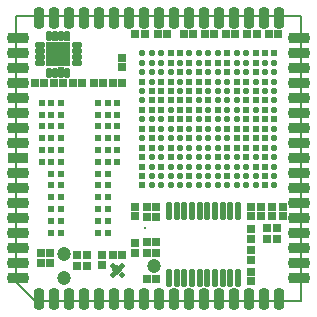
<source format=gbs>
G04 Layer_Color=16711935*
%FSLAX43Y43*%
%MOMM*%
G71*
G01*
G75*
%ADD35C,0.200*%
%ADD64R,0.703X0.703*%
%ADD65R,0.703X0.703*%
%ADD77C,0.203*%
G04:AMPARAMS|DCode=78|XSize=0.903mm|YSize=1.803mm|CornerRadius=0.277mm|HoleSize=0mm|Usage=FLASHONLY|Rotation=90.000|XOffset=0mm|YOffset=0mm|HoleType=Round|Shape=RoundedRectangle|*
%AMROUNDEDRECTD78*
21,1,0.903,1.250,0,0,90.0*
21,1,0.350,1.803,0,0,90.0*
1,1,0.553,0.625,0.175*
1,1,0.553,0.625,-0.175*
1,1,0.553,-0.625,-0.175*
1,1,0.553,-0.625,0.175*
%
%ADD78ROUNDEDRECTD78*%
%ADD79R,1.803X0.903*%
G04:AMPARAMS|DCode=80|XSize=0.903mm|YSize=1.803mm|CornerRadius=0.277mm|HoleSize=0mm|Usage=FLASHONLY|Rotation=0.000|XOffset=0mm|YOffset=0mm|HoleType=Round|Shape=RoundedRectangle|*
%AMROUNDEDRECTD80*
21,1,0.903,1.250,0,0,0.0*
21,1,0.350,1.803,0,0,0.0*
1,1,0.553,0.175,-0.625*
1,1,0.553,-0.175,-0.625*
1,1,0.553,-0.175,0.625*
1,1,0.553,0.175,0.625*
%
%ADD80ROUNDEDRECTD80*%
%ADD81C,1.194*%
%ADD82C,0.603*%
%ADD85C,0.503*%
%ADD86P,0.994X4X180.0*%
%ADD87O,0.953X0.503*%
%ADD88O,0.503X0.953*%
%ADD89R,2.003X2.003*%
%ADD90C,0.563*%
%ADD91C,0.613*%
%ADD92O,0.553X1.603*%
D35*
X9240Y-12080D02*
X9810D01*
X7970D02*
X8540D01*
X6700D02*
X7270D01*
X5430D02*
X6000D01*
X4160D02*
X4730D01*
X2890D02*
X3460D01*
X1620D02*
X2190D01*
X350D02*
X920D01*
X-920D02*
X-350D01*
X-2190D02*
X-1620D01*
X-3460D02*
X-2890D01*
X-4730D02*
X-4160D01*
X-6000D02*
X-5430D01*
X-7270D02*
X-6700D01*
X-8540D02*
X-7970D01*
X-9810D02*
X-9240D01*
X-12480Y-10510D02*
X-12080D01*
X-12580Y-10410D02*
X-12480Y-10510D01*
X-12580Y-10410D02*
Y-9910D01*
X-12480Y-9810D01*
X-12080D01*
X-12480Y-9240D02*
X-12080D01*
X-12580Y-9140D02*
X-12480Y-9240D01*
X-12580Y-9140D02*
Y-8640D01*
X-12480Y-8540D01*
X-12080D01*
X-12480Y-7970D02*
X-12080D01*
X-12580Y-7870D02*
X-12480Y-7970D01*
X-12580Y-7870D02*
Y-7370D01*
X-12480Y-7270D01*
X-12080D01*
X-12480Y-6700D02*
X-12080D01*
X-12580Y-6600D02*
X-12480Y-6700D01*
X-12580Y-6600D02*
Y-6100D01*
X-12480Y-6000D01*
X-12080D01*
X-12480Y-5430D02*
X-12080D01*
X-12580Y-5330D02*
X-12480Y-5430D01*
X-12580Y-5330D02*
Y-4830D01*
X-12480Y-4730D01*
X-12080D01*
X-12480Y-4160D02*
X-12080D01*
X-12580Y-4060D02*
X-12480Y-4160D01*
X-12580Y-4060D02*
Y-3560D01*
X-12480Y-3460D01*
X-12080D01*
X-12480Y-2890D02*
X-12080D01*
X-12580Y-2790D02*
X-12480Y-2890D01*
X-12580Y-2790D02*
Y-2290D01*
X-12480Y-2190D01*
X-12080D01*
X-12480Y-1620D02*
X-12080D01*
X-12580Y-1520D02*
X-12480Y-1620D01*
X-12580Y-1520D02*
Y-1020D01*
X-12480Y-920D01*
X-12080D01*
X-12480Y-350D02*
X-12080D01*
X-12580Y-250D02*
X-12480Y-350D01*
X-12580Y-250D02*
Y250D01*
X-12480Y350D01*
X-12080D01*
X-12480Y920D02*
X-12080D01*
X-12580Y1020D02*
X-12480Y920D01*
X-12580Y1020D02*
Y1520D01*
X-12480Y1620D01*
X-12080D01*
X-12480Y2190D02*
X-12080D01*
X-12580Y2290D02*
X-12480Y2190D01*
X-12580Y2290D02*
Y2790D01*
X-12480Y2890D01*
X-12080D01*
X-12480Y3460D02*
X-12080D01*
X-12580Y3560D02*
X-12480Y3460D01*
X-12580Y3560D02*
Y4060D01*
X-12480Y4160D01*
X-12080D01*
X-12480Y4730D02*
X-12080D01*
X-12580Y4830D02*
X-12480Y4730D01*
X-12580Y4830D02*
Y5330D01*
X-12480Y5430D01*
X-12080D01*
X-12480Y6000D02*
X-12080D01*
X-12580Y6100D02*
X-12480Y6000D01*
X-12580Y6100D02*
Y6600D01*
X-12480Y6700D01*
X-12080D01*
X-12480Y7270D02*
X-12080D01*
X-12580Y7370D02*
X-12480Y7270D01*
X-12580Y7370D02*
Y7870D01*
X-12480Y7970D01*
X-12080D01*
X-12480Y8540D02*
X-12080D01*
X-12580Y8640D02*
X-12480Y8540D01*
X-12580Y8640D02*
Y9140D01*
X-12480Y9240D01*
X-12080D01*
X-12480Y9810D02*
X-12080D01*
X-12580Y9910D02*
X-12480Y9810D01*
X-12580Y9910D02*
Y10410D01*
X-12480Y10510D01*
X-12080D01*
X-10510Y12080D02*
Y12480D01*
X-10410Y12580D01*
X-9910D01*
X-9810Y12480D01*
Y12080D02*
Y12480D01*
X-9240Y12080D02*
Y12480D01*
X-9140Y12580D01*
X-8640D01*
X-8540Y12480D01*
Y12080D02*
Y12480D01*
X-7970Y12080D02*
Y12480D01*
X-7870Y12580D01*
X-7370D01*
X-7270Y12480D01*
Y12080D02*
Y12480D01*
X-6700Y12080D02*
Y12480D01*
X-6600Y12580D01*
X-6100D01*
X-6000Y12480D01*
Y12080D02*
Y12480D01*
X-5430Y12080D02*
Y12480D01*
X-5330Y12580D01*
X-4830D01*
X-4730Y12480D01*
Y12080D02*
Y12480D01*
X-4160Y12080D02*
Y12480D01*
X-4060Y12580D01*
X-3560D01*
X-3460Y12480D01*
Y12080D02*
Y12480D01*
X-2890Y12080D02*
Y12480D01*
X-2790Y12580D01*
X-2290D01*
X-2190Y12480D01*
Y12080D02*
Y12480D01*
X-1620Y12080D02*
Y12480D01*
X-1520Y12580D01*
X-1020D01*
X-920Y12480D01*
Y12080D02*
Y12480D01*
X-350Y12080D02*
Y12480D01*
X-250Y12580D01*
X250D01*
X350Y12480D01*
Y12080D02*
Y12480D01*
X920Y12080D02*
Y12480D01*
X1020Y12580D01*
X1520D01*
X1620Y12480D01*
Y12080D02*
Y12480D01*
X2190Y12080D02*
Y12480D01*
X2290Y12580D01*
X2790D01*
X2890Y12480D01*
Y12080D02*
Y12480D01*
X3460Y12080D02*
Y12480D01*
X3560Y12580D01*
X4060D01*
X4160Y12480D01*
Y12080D02*
Y12480D01*
X4730Y12080D02*
Y12480D01*
X4830Y12580D01*
X5330D01*
X5430Y12480D01*
Y12080D02*
Y12480D01*
X6000Y12080D02*
Y12480D01*
X6100Y12580D01*
X6600D01*
X6700Y12480D01*
Y12080D02*
Y12480D01*
X7270Y12080D02*
Y12480D01*
X7370Y12580D01*
X7870D01*
X7970Y12480D01*
Y12080D02*
Y12480D01*
X8540Y12080D02*
Y12480D01*
X8640Y12580D01*
X9140D01*
X9240Y12480D01*
Y12080D02*
Y12480D01*
X9810Y12080D02*
Y12480D01*
X9910Y12580D01*
X10410D01*
X10510Y12480D01*
Y12080D02*
Y12480D01*
X12080Y10510D02*
X12480D01*
X12580Y10410D01*
Y9910D02*
Y10410D01*
X12480Y9810D02*
X12580Y9910D01*
X12080Y9810D02*
X12480D01*
X12080Y9240D02*
X12480D01*
X12580Y9140D01*
Y8640D02*
Y9140D01*
X12480Y8540D02*
X12580Y8640D01*
X12080Y8540D02*
X12480D01*
X12080Y7970D02*
X12480D01*
X12580Y7870D01*
Y7370D02*
Y7870D01*
X12480Y7270D02*
X12580Y7370D01*
X12080Y7270D02*
X12480D01*
X12080Y6700D02*
X12480D01*
X12580Y6600D01*
Y6100D02*
Y6600D01*
X12480Y6000D02*
X12580Y6100D01*
X12080Y6000D02*
X12480D01*
X12080Y5430D02*
X12480D01*
X12580Y5330D01*
Y4830D02*
Y5330D01*
X12480Y4730D02*
X12580Y4830D01*
X12080Y4730D02*
X12480D01*
X12080Y4160D02*
X12480D01*
X12580Y4060D01*
Y3560D02*
Y4060D01*
X12480Y3460D02*
X12580Y3560D01*
X12080Y3460D02*
X12480D01*
X12080Y2890D02*
X12480D01*
X12580Y2790D01*
Y2290D02*
Y2790D01*
X12480Y2190D02*
X12580Y2290D01*
X12080Y2190D02*
X12480D01*
X12080Y1620D02*
X12480D01*
X12580Y1520D01*
Y1020D02*
Y1520D01*
X12480Y920D02*
X12580Y1020D01*
X12080Y920D02*
X12480D01*
X12080Y350D02*
X12480D01*
X12580Y250D01*
Y-250D02*
Y250D01*
X12480Y-350D02*
X12580Y-250D01*
X12080Y-350D02*
X12480D01*
X12080Y-920D02*
X12480D01*
X12580Y-1020D01*
Y-1520D02*
Y-1020D01*
X12480Y-1620D02*
X12580Y-1520D01*
X12080Y-1620D02*
X12480D01*
X12080Y-2190D02*
X12480D01*
X12580Y-2290D01*
Y-2790D02*
Y-2290D01*
X12480Y-2890D02*
X12580Y-2790D01*
X12080Y-2890D02*
X12480D01*
X12080Y-3460D02*
X12480D01*
X12580Y-3560D01*
Y-4060D02*
Y-3560D01*
X12480Y-4160D02*
X12580Y-4060D01*
X12080Y-4160D02*
X12480D01*
X12080Y-4730D02*
X12480D01*
X12580Y-4830D01*
Y-5330D02*
Y-4830D01*
X12480Y-5430D02*
X12580Y-5330D01*
X12080Y-5430D02*
X12480D01*
X12080Y-6000D02*
X12480D01*
X12580Y-6100D01*
Y-6600D02*
Y-6100D01*
X12480Y-6700D02*
X12580Y-6600D01*
X12080Y-6700D02*
X12480D01*
X12080Y-7270D02*
X12480D01*
X12580Y-7370D01*
Y-7870D02*
Y-7370D01*
X12480Y-7970D02*
X12580Y-7870D01*
X12080Y-7970D02*
X12480D01*
X12080Y-8540D02*
X12480D01*
X12580Y-8640D01*
Y-9140D02*
Y-8640D01*
X12480Y-9240D02*
X12580Y-9140D01*
X12080Y-9240D02*
X12480D01*
X12080Y-9810D02*
X12480D01*
X12580Y-9910D01*
Y-10410D02*
Y-9910D01*
X12480Y-10510D02*
X12580Y-10410D01*
X12080Y-10510D02*
X12480D01*
X10510Y-12480D02*
Y-12080D01*
X10410Y-12580D02*
X10510Y-12480D01*
X9910Y-12580D02*
X10410D01*
X9810Y-12480D02*
X9910Y-12580D01*
X9810Y-12480D02*
Y-12080D01*
X9240Y-12480D02*
Y-12080D01*
X9140Y-12580D02*
X9240Y-12480D01*
X8640Y-12580D02*
X9140D01*
X8540Y-12480D02*
X8640Y-12580D01*
X8540Y-12480D02*
Y-12080D01*
X7970Y-12480D02*
Y-12080D01*
X7870Y-12580D02*
X7970Y-12480D01*
X7370Y-12580D02*
X7870D01*
X7270Y-12480D02*
X7370Y-12580D01*
X7270Y-12480D02*
Y-12080D01*
X6700Y-12480D02*
Y-12080D01*
X6600Y-12580D02*
X6700Y-12480D01*
X6100Y-12580D02*
X6600D01*
X6000Y-12480D02*
X6100Y-12580D01*
X6000Y-12480D02*
Y-12080D01*
X5430Y-12480D02*
Y-12080D01*
X5330Y-12580D02*
X5430Y-12480D01*
X4830Y-12580D02*
X5330D01*
X4730Y-12480D02*
X4830Y-12580D01*
X4730Y-12480D02*
Y-12080D01*
X4160Y-12480D02*
Y-12080D01*
X4060Y-12580D02*
X4160Y-12480D01*
X3560Y-12580D02*
X4060D01*
X3460Y-12480D02*
X3560Y-12580D01*
X3460Y-12480D02*
Y-12080D01*
X2890Y-12480D02*
Y-12080D01*
X2790Y-12580D02*
X2890Y-12480D01*
X2290Y-12580D02*
X2790D01*
X2190Y-12480D02*
X2290Y-12580D01*
X2190Y-12480D02*
Y-12080D01*
X1620Y-12480D02*
Y-12080D01*
X1520Y-12580D02*
X1620Y-12480D01*
X1020Y-12580D02*
X1520D01*
X920Y-12480D02*
X1020Y-12580D01*
X920Y-12480D02*
Y-12080D01*
X350Y-12480D02*
Y-12080D01*
X250Y-12580D02*
X350Y-12480D01*
X-250Y-12580D02*
X250D01*
X-350Y-12480D02*
X-250Y-12580D01*
X-350Y-12480D02*
Y-12080D01*
X-920Y-12480D02*
Y-12080D01*
X-1020Y-12580D02*
X-920Y-12480D01*
X-1520Y-12580D02*
X-1020D01*
X-1620Y-12480D02*
X-1520Y-12580D01*
X-1620Y-12480D02*
Y-12080D01*
X-2190Y-12480D02*
Y-12080D01*
X-2290Y-12580D02*
X-2190Y-12480D01*
X-2790Y-12580D02*
X-2290D01*
X-2890Y-12480D02*
X-2790Y-12580D01*
X-2890Y-12480D02*
Y-12080D01*
X-3460Y-12480D02*
Y-12080D01*
X-3560Y-12580D02*
X-3460Y-12480D01*
X-4060Y-12580D02*
X-3560D01*
X-4160Y-12480D02*
X-4060Y-12580D01*
X-4160Y-12480D02*
Y-12080D01*
X-4730Y-12480D02*
Y-12080D01*
X-4830Y-12580D02*
X-4730Y-12480D01*
X-5330Y-12580D02*
X-4830D01*
X-5430Y-12480D02*
X-5330Y-12580D01*
X-5430Y-12480D02*
Y-12080D01*
X-6000Y-12480D02*
Y-12080D01*
X-6100Y-12580D02*
X-6000Y-12480D01*
X-6600Y-12580D02*
X-6100D01*
X-6700Y-12480D02*
X-6600Y-12580D01*
X-6700Y-12480D02*
Y-12080D01*
X-7270Y-12480D02*
Y-12080D01*
X-7370Y-12580D02*
X-7270Y-12480D01*
X-7870Y-12580D02*
X-7370D01*
X-7970Y-12480D02*
X-7870Y-12580D01*
X-7970Y-12480D02*
Y-12080D01*
X-8540Y-12480D02*
Y-12080D01*
X-8640Y-12580D02*
X-8540Y-12480D01*
X-9140Y-12580D02*
X-8640D01*
X-9240Y-12480D02*
X-9140Y-12580D01*
X-9240Y-12480D02*
Y-12080D01*
X-9810Y-12480D02*
Y-12080D01*
X-9910Y-12580D02*
X-9810Y-12480D01*
X-10410Y-12580D02*
X-9910D01*
X-10510Y-12480D02*
X-10410Y-12580D01*
X-10510Y-12480D02*
Y-12080D01*
X-12446Y-10465D02*
X-12090D01*
X-12573Y-10338D02*
X-12446Y-10465D01*
X-12573Y-10338D02*
Y-9982D01*
X-12446Y-9855D01*
X-12090D01*
X-12080Y-9810D02*
Y-9240D01*
Y-8540D02*
Y-7970D01*
Y-7270D02*
Y-6700D01*
Y-6000D02*
Y-5430D01*
Y-4730D02*
Y-4160D01*
Y-3460D02*
Y-2890D01*
Y-2190D02*
Y-1620D01*
Y-920D02*
Y-350D01*
Y350D02*
Y920D01*
Y1620D02*
Y2190D01*
Y2890D02*
Y3460D01*
Y4160D02*
Y4730D01*
Y5430D02*
Y6000D01*
Y6700D02*
Y7270D01*
Y7970D02*
Y8540D01*
Y9240D02*
Y9810D01*
X-9810Y12080D02*
X-9240D01*
X-8540D02*
X-7970D01*
X-7270D02*
X-6700D01*
X-6000D02*
X-5430D01*
X-4730D02*
X-4160D01*
X-3460D02*
X-2890D01*
X-2190D02*
X-1620D01*
X-920D02*
X-350D01*
X350D02*
X920D01*
X1620D02*
X2190D01*
X2890D02*
X3460D01*
X4160D02*
X4730D01*
X5430D02*
X6000D01*
X6700D02*
X7270D01*
X7970D02*
X8540D01*
X9240D02*
X9810D01*
X12080Y9240D02*
Y9810D01*
Y7970D02*
Y8540D01*
Y6700D02*
Y7270D01*
Y5430D02*
Y6000D01*
Y4160D02*
Y4730D01*
Y2890D02*
Y3460D01*
Y1620D02*
Y2190D01*
Y350D02*
Y920D01*
Y-920D02*
Y-350D01*
Y-2190D02*
Y-1620D01*
Y-3460D02*
Y-2890D01*
Y-4730D02*
Y-4160D01*
Y-6000D02*
Y-5430D01*
Y-7270D02*
Y-6700D01*
Y-8540D02*
Y-7970D01*
Y-9810D02*
Y-9240D01*
X10510Y-12080D02*
X12080D01*
Y-10510D01*
X10510Y12080D02*
X12080D01*
Y10510D02*
Y12080D01*
X-12080Y10510D02*
Y12080D01*
X-10510D01*
X-12080Y-10510D02*
X-10510Y-12080D01*
D64*
X-4800Y-8200D02*
D03*
Y-9000D02*
D03*
X-2000Y-7200D02*
D03*
Y-8000D02*
D03*
X7800Y-8600D02*
D03*
Y-7800D02*
D03*
X7800Y-6000D02*
D03*
Y-6800D02*
D03*
Y-9600D02*
D03*
Y-10400D02*
D03*
X-2000Y-4900D02*
D03*
Y-4100D02*
D03*
X-3100Y7700D02*
D03*
Y8500D02*
D03*
X10500Y-4900D02*
D03*
Y-4100D02*
D03*
X9600D02*
D03*
Y-4900D02*
D03*
X8700Y-4100D02*
D03*
Y-4900D02*
D03*
X7800D02*
D03*
Y-4100D02*
D03*
D65*
X-3900Y-8200D02*
D03*
X-3100D02*
D03*
X-6100Y-9100D02*
D03*
X-6900D02*
D03*
X-8100Y6400D02*
D03*
X-8900D02*
D03*
X-1000Y-8000D02*
D03*
X-200D02*
D03*
X-1000Y-7100D02*
D03*
X-200D02*
D03*
X-1000Y-10200D02*
D03*
X-200D02*
D03*
X-1200Y10500D02*
D03*
X-2000D02*
D03*
X-100D02*
D03*
X700D02*
D03*
X2900D02*
D03*
X2100D02*
D03*
X-6900Y-8200D02*
D03*
X-6100D02*
D03*
X5700Y10500D02*
D03*
X6500D02*
D03*
X-9200Y-8900D02*
D03*
X-10000D02*
D03*
X4700Y10500D02*
D03*
X3900D02*
D03*
X-9200Y-8000D02*
D03*
X-10000D02*
D03*
X-4700Y6400D02*
D03*
X-5500D02*
D03*
X9300Y10500D02*
D03*
X10100D02*
D03*
X-3900Y6400D02*
D03*
X-3100D02*
D03*
X8300Y10500D02*
D03*
X7500D02*
D03*
X-7300Y6400D02*
D03*
X-6500D02*
D03*
X10000Y-5900D02*
D03*
X9200D02*
D03*
X10000Y-6800D02*
D03*
X9200D02*
D03*
X-9700Y6400D02*
D03*
X-10500D02*
D03*
X-200Y-5000D02*
D03*
X-1000D02*
D03*
Y-4100D02*
D03*
X-200D02*
D03*
D77*
X-1200Y-5900D02*
D03*
D78*
X-11880Y-10160D02*
D03*
Y-8890D02*
D03*
Y-7620D02*
D03*
Y-6350D02*
D03*
Y-5080D02*
D03*
Y-3810D02*
D03*
Y-2540D02*
D03*
Y-1270D02*
D03*
Y1270D02*
D03*
Y2540D02*
D03*
Y3810D02*
D03*
Y5080D02*
D03*
Y6350D02*
D03*
Y7620D02*
D03*
Y8890D02*
D03*
Y10160D02*
D03*
X11880D02*
D03*
Y8890D02*
D03*
Y7620D02*
D03*
Y6350D02*
D03*
Y5080D02*
D03*
Y3810D02*
D03*
Y2540D02*
D03*
Y1270D02*
D03*
Y0D02*
D03*
Y-1270D02*
D03*
Y-2540D02*
D03*
Y-3810D02*
D03*
Y-5080D02*
D03*
Y-6350D02*
D03*
Y-7620D02*
D03*
Y-8890D02*
D03*
Y-10160D02*
D03*
D79*
X-11880Y0D02*
D03*
D80*
X-10160Y11880D02*
D03*
X-8890D02*
D03*
X-7620D02*
D03*
X-6350D02*
D03*
X-5080D02*
D03*
X-3810D02*
D03*
X-2540D02*
D03*
X-1270D02*
D03*
X-0D02*
D03*
X1270D02*
D03*
X2540D02*
D03*
X3810D02*
D03*
X5080D02*
D03*
X6350D02*
D03*
X7620D02*
D03*
X8890D02*
D03*
X10160D02*
D03*
Y-11880D02*
D03*
X8890D02*
D03*
X7620D02*
D03*
X6350D02*
D03*
X5080D02*
D03*
X3810D02*
D03*
X2540D02*
D03*
X1270D02*
D03*
X-0D02*
D03*
X-1270D02*
D03*
X-2540D02*
D03*
X-3810D02*
D03*
X-5080D02*
D03*
X-6350D02*
D03*
X-7620D02*
D03*
X-8890D02*
D03*
X-10160D02*
D03*
D81*
X-8010Y-10116D02*
D03*
Y-8084D02*
D03*
X-390Y-9100D02*
D03*
D82*
X200Y5700D02*
D03*
Y6500D02*
D03*
Y4900D02*
D03*
Y4100D02*
D03*
X1000Y8900D02*
D03*
Y5700D02*
D03*
Y3300D02*
D03*
Y8100D02*
D03*
X1800Y7300D02*
D03*
X1000Y6500D02*
D03*
Y4900D02*
D03*
X1800Y8900D02*
D03*
Y3300D02*
D03*
Y4900D02*
D03*
Y4100D02*
D03*
X4200Y4900D02*
D03*
X-1000Y-4100D02*
D03*
X6600Y6500D02*
D03*
Y5700D02*
D03*
X8200Y8100D02*
D03*
Y8900D02*
D03*
X6600Y1700D02*
D03*
X7400Y3300D02*
D03*
Y2500D02*
D03*
Y1700D02*
D03*
X8200Y2500D02*
D03*
Y1700D02*
D03*
Y3300D02*
D03*
X9000Y2500D02*
D03*
Y900D02*
D03*
Y-700D02*
D03*
Y-1500D02*
D03*
Y6500D02*
D03*
X-9100Y-5300D02*
D03*
X1800Y2500D02*
D03*
X-3500Y-300D02*
D03*
X-5100Y-6300D02*
D03*
X2600Y4900D02*
D03*
X3400Y4100D02*
D03*
Y2500D02*
D03*
X-4300Y-4300D02*
D03*
X-600Y900D02*
D03*
Y2500D02*
D03*
X-1400D02*
D03*
X-600Y1700D02*
D03*
X-6100Y-8200D02*
D03*
X-10000Y-8000D02*
D03*
Y-8900D02*
D03*
X7400Y100D02*
D03*
X5000D02*
D03*
X9000Y8900D02*
D03*
X-8250Y7450D02*
D03*
X-3100Y8500D02*
D03*
X-3500Y4700D02*
D03*
X-5100D02*
D03*
X-200Y-5000D02*
D03*
X-1400Y-1500D02*
D03*
X200Y-700D02*
D03*
X-9000Y9300D02*
D03*
X-7750Y10150D02*
D03*
X-8100Y6400D02*
D03*
X-10500D02*
D03*
X-8750Y10150D02*
D03*
X-8300Y2700D02*
D03*
X-1400Y6500D02*
D03*
X-8300Y1700D02*
D03*
X-5100Y2700D02*
D03*
X-1400Y4100D02*
D03*
X-5100Y1700D02*
D03*
X-600Y4100D02*
D03*
X-8300Y3700D02*
D03*
X-9100Y4700D02*
D03*
X-600Y5700D02*
D03*
X-9100Y-1300D02*
D03*
X-8300D02*
D03*
X-9100Y-2300D02*
D03*
X-8300D02*
D03*
X-5100D02*
D03*
X1000Y100D02*
D03*
X-4300Y-2300D02*
D03*
X-1400Y900D02*
D03*
Y100D02*
D03*
X2600Y3300D02*
D03*
X-5100Y-4300D02*
D03*
X4200Y8100D02*
D03*
X2900Y10500D02*
D03*
X4700D02*
D03*
X5700D02*
D03*
X8300D02*
D03*
X10100D02*
D03*
X3900D02*
D03*
X6500D02*
D03*
X4200Y3300D02*
D03*
X2600Y4100D02*
D03*
Y1700D02*
D03*
X7400Y6500D02*
D03*
X9300Y10500D02*
D03*
X-1200D02*
D03*
X3400Y6500D02*
D03*
X9200Y-6800D02*
D03*
X10000Y-5900D02*
D03*
Y-6800D02*
D03*
X10500Y-4900D02*
D03*
X8700D02*
D03*
X7800D02*
D03*
X10500Y-4100D02*
D03*
X-200Y-10200D02*
D03*
X-1000D02*
D03*
X-200Y-8000D02*
D03*
Y-7100D02*
D03*
X-2000Y-8000D02*
D03*
X5800Y2500D02*
D03*
X7800Y-4100D02*
D03*
X8700D02*
D03*
X7400Y4100D02*
D03*
X9000Y3300D02*
D03*
X7400Y900D02*
D03*
X9000Y100D02*
D03*
Y-2300D02*
D03*
X-1000Y-8000D02*
D03*
X5800Y900D02*
D03*
X8200D02*
D03*
X-1400Y-700D02*
D03*
X1000Y900D02*
D03*
X-9100Y-4300D02*
D03*
X-4800Y-8200D02*
D03*
X2600Y8100D02*
D03*
X-1400Y-2300D02*
D03*
X2600Y-1500D02*
D03*
X-600Y4900D02*
D03*
X5800Y-1500D02*
D03*
X6600Y900D02*
D03*
X9000Y4900D02*
D03*
Y1700D02*
D03*
X8200Y5700D02*
D03*
Y7300D02*
D03*
X9800Y8900D02*
D03*
X5800Y7300D02*
D03*
Y8100D02*
D03*
X7800Y-8600D02*
D03*
X4200Y6500D02*
D03*
X3400Y5700D02*
D03*
X2600D02*
D03*
Y6500D02*
D03*
X5000Y8100D02*
D03*
X8200Y-700D02*
D03*
X7400Y4900D02*
D03*
X8200D02*
D03*
X9000Y4100D02*
D03*
X9800Y3300D02*
D03*
X3400Y7300D02*
D03*
X9200Y-5900D02*
D03*
X6600Y2500D02*
D03*
X5800Y8900D02*
D03*
X5000Y4100D02*
D03*
X-1000Y-5000D02*
D03*
D85*
X-3100Y-9100D02*
D03*
Y-9900D02*
D03*
X-3900D02*
D03*
Y-9100D02*
D03*
D86*
X-3500Y-9500D02*
D03*
D87*
X-10050Y8050D02*
D03*
Y8550D02*
D03*
Y9050D02*
D03*
Y9550D02*
D03*
X-6950D02*
D03*
Y9050D02*
D03*
Y8550D02*
D03*
Y8050D02*
D03*
D88*
X-9250Y10350D02*
D03*
X-8750D02*
D03*
X-8250D02*
D03*
X-7750D02*
D03*
Y7250D02*
D03*
X-8250D02*
D03*
X-8750D02*
D03*
X-9250D02*
D03*
D89*
X-8500Y8800D02*
D03*
D90*
X9800Y8900D02*
D03*
X9000D02*
D03*
X8200D02*
D03*
X7400D02*
D03*
X6600D02*
D03*
X5800D02*
D03*
X5000D02*
D03*
X4200D02*
D03*
X3400D02*
D03*
X2600D02*
D03*
X1800D02*
D03*
X1000D02*
D03*
X200D02*
D03*
X-600D02*
D03*
X-1400D02*
D03*
X9800Y8100D02*
D03*
X9000D02*
D03*
X8200D02*
D03*
X7400D02*
D03*
X6600D02*
D03*
X5800D02*
D03*
X5000D02*
D03*
X4200D02*
D03*
X3400D02*
D03*
X2600D02*
D03*
X1800D02*
D03*
X1000D02*
D03*
X200D02*
D03*
X-600D02*
D03*
X-1400D02*
D03*
X9800Y7300D02*
D03*
X9000D02*
D03*
X8200D02*
D03*
X7400D02*
D03*
X6600D02*
D03*
X5800D02*
D03*
X5000D02*
D03*
X4200D02*
D03*
X3400D02*
D03*
X2600D02*
D03*
X1800D02*
D03*
X1000D02*
D03*
X200D02*
D03*
X-600D02*
D03*
X-1400D02*
D03*
X9800Y6500D02*
D03*
X9000D02*
D03*
X8200D02*
D03*
X7400D02*
D03*
X6600D02*
D03*
X5800D02*
D03*
X5000D02*
D03*
X4200D02*
D03*
X3400D02*
D03*
X2600D02*
D03*
X1800D02*
D03*
X1000D02*
D03*
X200D02*
D03*
X-600D02*
D03*
X-1400D02*
D03*
X9800Y5700D02*
D03*
X9000D02*
D03*
X8200D02*
D03*
X7400D02*
D03*
X6600D02*
D03*
X5800D02*
D03*
X5000D02*
D03*
X4200D02*
D03*
X3400D02*
D03*
X2600D02*
D03*
X1800D02*
D03*
X1000D02*
D03*
X200D02*
D03*
X-600D02*
D03*
X-1400D02*
D03*
X9800Y4900D02*
D03*
X9000D02*
D03*
X8200D02*
D03*
X7400D02*
D03*
X6600D02*
D03*
X5800D02*
D03*
X5000D02*
D03*
X4200D02*
D03*
X3400D02*
D03*
X2600D02*
D03*
X1800D02*
D03*
X1000D02*
D03*
X200D02*
D03*
X-600D02*
D03*
X-1400D02*
D03*
X9800Y4100D02*
D03*
X9000D02*
D03*
X8200D02*
D03*
X7400D02*
D03*
X6600D02*
D03*
X5800D02*
D03*
X5000D02*
D03*
X4200D02*
D03*
X3400D02*
D03*
X2600D02*
D03*
X1800D02*
D03*
X1000D02*
D03*
X200D02*
D03*
X-600D02*
D03*
X-1400D02*
D03*
X9800Y3300D02*
D03*
X9000D02*
D03*
X8200D02*
D03*
X7400D02*
D03*
X6600D02*
D03*
X5800D02*
D03*
X5000D02*
D03*
X4200D02*
D03*
X3400D02*
D03*
X2600D02*
D03*
X1800D02*
D03*
X1000D02*
D03*
X200D02*
D03*
X-600D02*
D03*
X-1400D02*
D03*
X9800Y2500D02*
D03*
X9000D02*
D03*
X8200D02*
D03*
X7400D02*
D03*
X6600D02*
D03*
X5800D02*
D03*
X5000D02*
D03*
X4200D02*
D03*
X3400D02*
D03*
X2600D02*
D03*
X1800D02*
D03*
X1000D02*
D03*
X200D02*
D03*
X-600D02*
D03*
X-1400D02*
D03*
X9800Y1700D02*
D03*
X9000D02*
D03*
X8200D02*
D03*
X7400D02*
D03*
X6600D02*
D03*
X5800D02*
D03*
X5000D02*
D03*
X4200D02*
D03*
X3400D02*
D03*
X2600D02*
D03*
X1800D02*
D03*
X1000D02*
D03*
X200D02*
D03*
X-600D02*
D03*
X-1400D02*
D03*
X9800Y900D02*
D03*
X9000D02*
D03*
X8200D02*
D03*
X7400D02*
D03*
X6600D02*
D03*
X5800D02*
D03*
X5000D02*
D03*
X4200D02*
D03*
X3400D02*
D03*
X2600D02*
D03*
X1800D02*
D03*
X1000D02*
D03*
X200D02*
D03*
X-600D02*
D03*
X-1400D02*
D03*
X9800Y100D02*
D03*
X9000D02*
D03*
X8200D02*
D03*
X7400D02*
D03*
X6600D02*
D03*
X5800D02*
D03*
X5000D02*
D03*
X4200D02*
D03*
X3400D02*
D03*
X2600D02*
D03*
X1800D02*
D03*
X1000D02*
D03*
X200D02*
D03*
X-600D02*
D03*
X-1400D02*
D03*
X9800Y-700D02*
D03*
X9000D02*
D03*
X8200D02*
D03*
X7400D02*
D03*
X6600D02*
D03*
X5800D02*
D03*
X5000D02*
D03*
X4200D02*
D03*
X3400D02*
D03*
X2600D02*
D03*
X1800D02*
D03*
X1000D02*
D03*
X200D02*
D03*
X-600D02*
D03*
X-1400D02*
D03*
X9800Y-1500D02*
D03*
X9000D02*
D03*
X8200D02*
D03*
X7400D02*
D03*
X6600D02*
D03*
X5800D02*
D03*
X5000D02*
D03*
X4200D02*
D03*
X3400D02*
D03*
X2600D02*
D03*
X1800D02*
D03*
X1000D02*
D03*
X200D02*
D03*
X-600D02*
D03*
X-1400D02*
D03*
X9800Y-2300D02*
D03*
X9000D02*
D03*
X8200D02*
D03*
X7400D02*
D03*
X6600D02*
D03*
X5800D02*
D03*
X5000D02*
D03*
X4200D02*
D03*
X3400D02*
D03*
X2600D02*
D03*
X1800D02*
D03*
X1000D02*
D03*
X200D02*
D03*
X-600D02*
D03*
X-1400D02*
D03*
D91*
X-9900Y-300D02*
D03*
Y700D02*
D03*
Y1700D02*
D03*
Y2700D02*
D03*
Y3700D02*
D03*
Y4700D02*
D03*
X-9100Y-6300D02*
D03*
Y-5300D02*
D03*
Y-4300D02*
D03*
Y-3300D02*
D03*
Y-2300D02*
D03*
Y-1300D02*
D03*
Y-300D02*
D03*
Y700D02*
D03*
Y1700D02*
D03*
Y2700D02*
D03*
Y3700D02*
D03*
Y4700D02*
D03*
X-8300Y-6300D02*
D03*
Y-5300D02*
D03*
Y-4300D02*
D03*
Y-3300D02*
D03*
Y-2300D02*
D03*
Y-1300D02*
D03*
Y-300D02*
D03*
Y700D02*
D03*
Y1700D02*
D03*
Y2700D02*
D03*
Y3700D02*
D03*
Y4700D02*
D03*
X-5100Y-6300D02*
D03*
Y-5300D02*
D03*
Y-4300D02*
D03*
Y-3300D02*
D03*
Y-2300D02*
D03*
Y-1300D02*
D03*
Y-300D02*
D03*
Y700D02*
D03*
Y1700D02*
D03*
Y2700D02*
D03*
Y3700D02*
D03*
Y4700D02*
D03*
X-4300Y-6300D02*
D03*
Y-5300D02*
D03*
Y-4300D02*
D03*
Y-3300D02*
D03*
Y-2300D02*
D03*
Y-1300D02*
D03*
Y-300D02*
D03*
Y700D02*
D03*
Y1700D02*
D03*
Y2700D02*
D03*
Y3700D02*
D03*
Y4700D02*
D03*
X-3500Y-300D02*
D03*
Y700D02*
D03*
Y1700D02*
D03*
Y2700D02*
D03*
Y3700D02*
D03*
Y4700D02*
D03*
D92*
X6725Y-10100D02*
D03*
X6075D02*
D03*
X5425D02*
D03*
X4775D02*
D03*
X4125D02*
D03*
X3475D02*
D03*
X2825D02*
D03*
X2175D02*
D03*
X1525D02*
D03*
X875D02*
D03*
X6725Y-4500D02*
D03*
X6075D02*
D03*
X5425D02*
D03*
X4775D02*
D03*
X4125D02*
D03*
X3475D02*
D03*
X2825D02*
D03*
X2175D02*
D03*
X1525D02*
D03*
X875D02*
D03*
M02*

</source>
